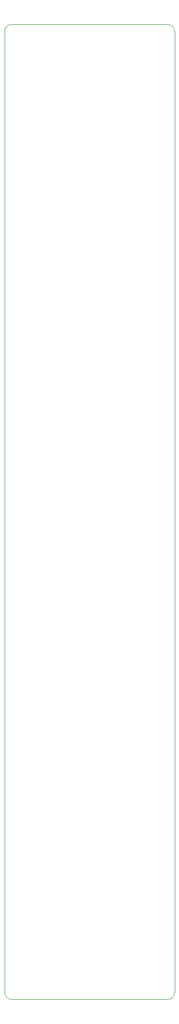
<source format=gm1>
%TF.GenerationSoftware,KiCad,Pcbnew,7.0.10*%
%TF.CreationDate,2024-11-26T20:56:08-08:00*%
%TF.ProjectId,Connector_Board,436f6e6e-6563-4746-9f72-5f426f617264,rev?*%
%TF.SameCoordinates,Original*%
%TF.FileFunction,Profile,NP*%
%FSLAX46Y46*%
G04 Gerber Fmt 4.6, Leading zero omitted, Abs format (unit mm)*
G04 Created by KiCad (PCBNEW 7.0.10) date 2024-11-26 20:56:08*
%MOMM*%
%LPD*%
G01*
G04 APERTURE LIST*
%TA.AperFunction,Profile*%
%ADD10C,0.100000*%
%TD*%
G04 APERTURE END LIST*
D10*
X165450000Y-13011250D02*
G75*
G03*
X164180000Y-11741250I-1270000J0D01*
G01*
X135820000Y-11741250D02*
G75*
G03*
X134550000Y-13011250I0J-1270000D01*
G01*
X135820000Y-11741250D02*
X164180000Y-11741250D01*
X164180000Y-188258750D02*
G75*
G03*
X165450000Y-186988750I0J1270000D01*
G01*
X134550000Y-186988750D02*
X134550000Y-13011250D01*
X134550000Y-186988750D02*
G75*
G03*
X135820000Y-188258750I1270000J0D01*
G01*
X164180000Y-188258750D02*
X135820000Y-188258750D01*
X165450000Y-13011250D02*
X165450000Y-186988750D01*
M02*

</source>
